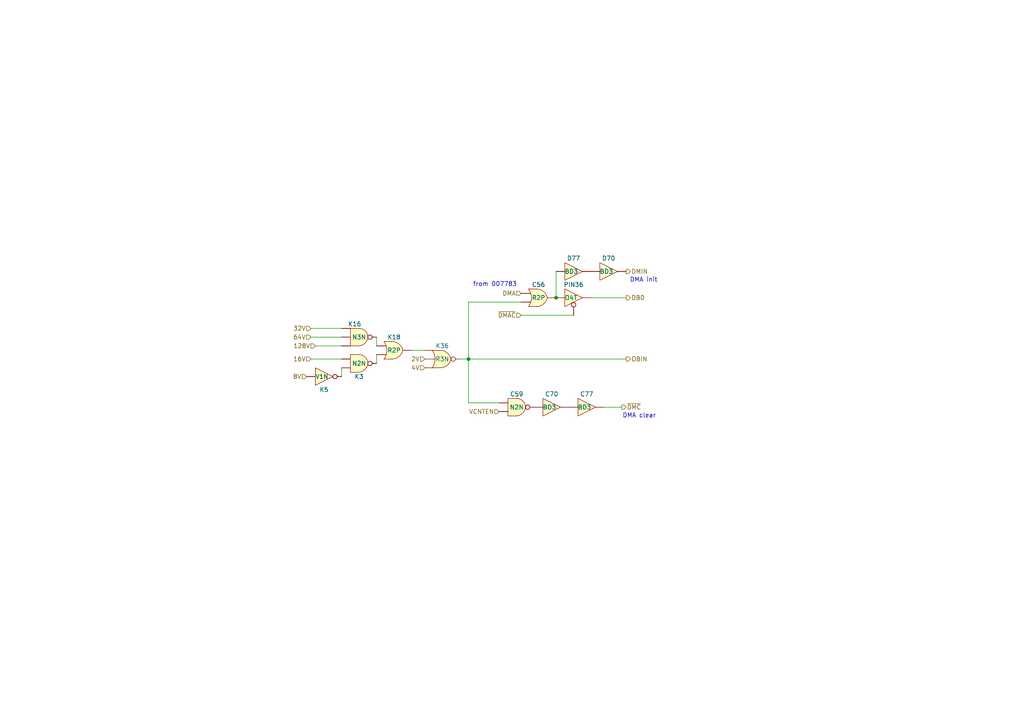
<source format=kicad_sch>
(kicad_sch (version 20231120) (generator "eeschema") (generator_version "8.0")
  (paper "A4")
  (title_block (title "Konami 007782") (date "2023-08-09") (company "Ulf Skutnabba, twitter: @skutis77"))
  (lib_symbols
    (symbol "ga_fujitsu_av:BD3"
      (property "Reference" "U" (at 0 3.81 0))
      (property "Value" "BD3" (at -0.635 0 0))
      (symbol "BD3_1_1"
        (polyline (pts (xy -2.54 2.54) (xy -2.54 -2.54) (xy 2.54 0) (xy -2.54 2.54)) (fill (type background)))
        (pin input line (at -5.08 0 0) (length 2.54) (name "") (number ""))
        (pin output line (at 5.08 0 180) (length 2.54) (name "") (number ""))
      )
    )
    (symbol "ga_fujitsu_av:N2N"
      (property "Reference" "U" (at 0 3.81 0))
      (property "Value" "N2N" (at 0 0 0))
      (symbol "N2N_1_1"
        (arc (start 0 -2.54) (mid 1.7263 -1.7263) (end 2.54 0) (fill (type background)))
        (polyline (pts (xy 0 2.54) (xy -2.54 2.54) (xy -2.54 -2.54) (xy 0 -2.54)) (fill (type background)))
        (arc (start 2.54 0) (mid 1.7961 1.7961) (end 0 2.54) (fill (type background)))
        (pin input line (at -5.08 -1.27 0) (length 2.54) (name "") (number ""))
        (pin input line (at -5.08 1.27 0) (length 2.54) (name "") (number ""))
        (pin output inverted (at 5.08 0 180) (length 2.54) (name "") (number ""))
      )
    )
    (symbol "ga_fujitsu_av:N3N"
      (property "Reference" "U" (at -1.27 3.81 0))
      (property "Value" "N3N" (at 2.54 3.81 0))
      (symbol "N3N_1_1"
        (arc (start 0 -2.54) (mid 1.7263 -1.7263) (end 2.54 0) (fill (type background)))
        (polyline (pts (xy 0 2.54) (xy -2.54 2.54) (xy -2.54 -2.54) (xy 0 -2.54)) (fill (type background)))
        (arc (start 2.54 0) (mid 1.7961 1.7961) (end 0 2.54) (fill (type background)))
        (pin input line (at -5.08 -2.54 0) (length 2.54) (name "") (number ""))
        (pin input line (at -5.08 0 0) (length 2.54) (name "") (number ""))
        (pin input line (at -5.08 2.54 0) (length 2.54) (name "") (number ""))
        (pin output inverted (at 5.08 0 180) (length 2.54) (name "") (number ""))
      )
    )
    (symbol "ga_fujitsu_av:O4T"
      (property "Reference" "U" (at 0 2.54 0))
      (property "Value" "O4T" (at -0.762 0 0))
      (symbol "O4T_1_1"
        (polyline (pts (xy -2.54 2.54) (xy -2.54 -2.54) (xy 2.54 0) (xy -2.54 2.54)) (fill (type background)))
        (pin input line (at -5.08 0 0) (length 2.54) (name "") (number ""))
        (pin input inverted (at 0 -5.08 90) (length 3.683) (name "") (number ""))
        (pin output line (at 5.08 0 180) (length 2.54) (name "") (number ""))
      )
    )
    (symbol "ga_fujitsu_av:R2P"
      (property "Reference" "U" (at 0 3.81 0))
      (property "Value" "R2P" (at 0 0 0))
      (symbol "R2P_1_1"
        (arc (start -2.9127 -2.5398) (mid -2.0762 0.0001) (end -2.9129 2.54))
        (arc (start -0.635 -2.54) (mid 1.3992 -1.8283) (end 2.54 0) (fill (type background)))
        (polyline (pts (xy -0.635 -2.54) (xy -2.921 -2.54)) (fill (type outline)))
        (polyline (pts (xy -0.635 2.54) (xy -2.921 2.54)) (fill (type background)))
        (polyline (pts (xy -0.635 2.54) (xy -2.921 2.54) (xy -2.54 1.905) (xy -2.286 1.27) (xy -2.159 0.762) (xy -2.1082 0.4572) (xy -2.0828 0.1778) (xy -2.0828 -0.127) (xy -2.1336 -0.6604) (xy -2.2098 -1.016) (xy -2.3114 -1.3716) (xy -2.4384 -1.6764) (xy -2.6162 -2.0574) (xy -2.794 -2.3368) (xy -2.921 -2.54) (xy -0.635 -2.54)) (stroke (width -0.0001)) (fill (type background)))
        (arc (start 2.54 0) (mid 1.3994 1.8287) (end -0.635 2.54) (fill (type background)))
        (pin input line (at -5.08 -1.27 0) (length 2.794) (name "") (number ""))
        (pin input line (at -5.08 1.27 0) (length 2.794) (name "") (number ""))
        (pin output line (at 5.08 0 180) (length 2.54) (name "") (number ""))
      )
    )
    (symbol "ga_fujitsu_av:R3N"
      (property "Reference" "U" (at 0 3.81 0))
      (property "Value" "R3N" (at 0 0 0))
      (symbol "R3N_0_1"
        (polyline (pts (xy -2.286 0) (xy -2.159 0)))
      )
      (symbol "R3N_1_1"
        (arc (start -2.9127 -2.5398) (mid -2.0762 0.0001) (end -2.9129 2.54))
        (arc (start -0.635 -2.54) (mid 1.3992 -1.8283) (end 2.54 0) (fill (type background)))
        (polyline (pts (xy -0.635 -2.54) (xy -2.921 -2.54)) (fill (type outline)))
        (polyline (pts (xy -0.635 2.54) (xy -2.921 2.54)) (fill (type background)))
        (polyline (pts (xy -0.635 2.54) (xy -2.921 2.54) (xy -2.54 1.905) (xy -2.286 1.27) (xy -2.159 0.762) (xy -2.1082 0.4572) (xy -2.0828 0.1778) (xy -2.0828 -0.127) (xy -2.1336 -0.6604) (xy -2.2098 -1.016) (xy -2.3114 -1.3716) (xy -2.4384 -1.6764) (xy -2.6162 -2.0574) (xy -2.794 -2.3368) (xy -2.921 -2.54) (xy -0.635 -2.54)) (stroke (width -0.0001)) (fill (type background)))
        (arc (start 2.54 0) (mid 1.3994 1.8287) (end -0.635 2.54) (fill (type background)))
        (pin input line (at -5.08 -2.54 0) (length 2.794) (name "") (number ""))
        (pin input line (at -5.08 0 0) (length 2.794) (name "") (number ""))
        (pin input line (at -5.08 2.54 0) (length 2.794) (name "") (number ""))
        (pin output inverted (at 5.08 0 180) (length 2.54) (name "") (number ""))
      )
    )
    (symbol "ga_fujitsu_av:V1N"
      (property "Reference" "U" (at 0 2.54 0))
      (property "Value" "V1N" (at 0 -3.81 0))
      (symbol "V1N_1_1"
        (polyline (pts (xy -2.54 2.54) (xy -2.54 -2.54) (xy 2.54 0) (xy -2.54 2.54)) (fill (type background)))
        (pin input line (at -5.08 0 0) (length 2.54) (name "") (number ""))
        (pin output inverted (at 5.08 0 180) (length 2.54) (name "") (number ""))
      )
    )
  )
  (junction (at 135.89 104.14))
  (junction (at 161.29 86.36))
  (wire (pts (xy 90.17 97.79) (xy 99.06 97.79)))
  (wire (pts (xy 91.44 100.33) (xy 99.06 100.33)))
  (wire (pts (xy 109.22 97.79) (xy 109.22 100.33)))
  (wire (pts (xy 109.22 105.41) (xy 109.22 102.87)))
  (wire (pts (xy 175.26 118.11) (xy 180.34 118.11)))
  (wire (pts (xy 90.17 104.14) (xy 99.06 104.14)))
  (wire (pts (xy 99.06 109.22) (xy 99.06 106.68)))
  (wire (pts (xy 135.89 87.63) (xy 151.13 87.63)))
  (wire (pts (xy 151.13 91.44) (xy 166.37 91.44)))
  (wire (pts (xy 135.89 87.63) (xy 135.89 104.14)))
  (wire (pts (xy 135.89 116.84) (xy 135.89 104.14)))
  (wire (pts (xy 171.45 86.36) (xy 181.61 86.36)))
  (wire (pts (xy 135.89 104.14) (xy 133.35 104.14)))
  (wire (pts (xy 90.17 95.25) (xy 99.06 95.25)))
  (wire (pts (xy 161.29 86.36) (xy 161.29 78.74)))
  (wire (pts (xy 135.89 116.84) (xy 144.78 116.84)))
  (wire (pts (xy 119.38 101.6) (xy 123.19 101.6)))
  (wire (pts (xy 135.89 104.14) (xy 181.61 104.14)))
  (text "from 007783" (at 137.16 82.55 0) (effects (font (size 1.27 1.27)) (justify left)))
  (text "DMA init" (at 186.69 81.28 0) (effects (font (size 1.27 1.27))))
  (text "DMA clear" (at 185.42 120.65 0) (effects (font (size 1.27 1.27))))
  (hierarchical_label "OBIN" (shape output) (at 181.61 104.14 0))
  (hierarchical_label "8V" (shape input) (at 88.9 109.22 180))
  (hierarchical_label "2V" (shape input) (at 123.19 104.14 180))
  (hierarchical_label "~{DMC}" (shape output) (at 180.34 118.11 0))
  (hierarchical_label "DB0" (shape output) (at 181.61 86.36 0))
  (hierarchical_label "128V" (shape input) (at 91.44 100.33 180))
  (hierarchical_label "~{DMAC}" (shape input) (at 151.13 91.44 180))
  (hierarchical_label "4V" (shape input) (at 123.19 106.68 180))
  (hierarchical_label "DMIN" (shape output) (at 181.61 78.74 0))
  (hierarchical_label "16V" (shape input) (at 90.17 104.14 180))
  (hierarchical_label "64V" (shape input) (at 90.17 97.79 180))
  (hierarchical_label "32V" (shape input) (at 90.17 95.25 180))
  (hierarchical_label "VCNTEN" (shape input) (at 144.78 119.38 180))
  (hierarchical_label "DMA" (shape input) (at 151.13 85.09 180))
  (symbol (lib_name "ga_fujitsu_av:BD3") (lib_id "ga_fujitsu_av:BD3") (at 166.37 78.74 0) (unit 1)
    (property "Reference" "D77" (at 166.37 74.93 0))
    (property "Value" "BD3" (at 165.735 78.74 0))
  )
  (symbol (lib_name "ga_fujitsu_av:BD3") (lib_id "ga_fujitsu_av:BD3") (at 170.18 118.11 0) (unit 1)
    (property "Reference" "C77" (at 170.18 114.3 0))
    (property "Value" "BD3" (at 169.545 118.11 0))
  )
  (symbol (lib_id "ga_fujitsu_av:O4T") (at 166.37 86.36 0) (unit 1)
    (property "Reference" "PIN36" (at 166.37 82.55 0))
    (property "Value" "O4T" (at 165.608 86.36 0))
  )
  (symbol (lib_id "ga_fujitsu_av:N2N") (at 104.14 105.41 0) (unit 1)
    (property "Reference" "K3" (at 104.14 109.22 0))
    (property "Value" "N2N" (at 104.14 105.41 0))
  )
  (symbol (lib_id "ga_fujitsu_av:N3N") (at 104.14 97.79 0) (unit 1)
    (property "Reference" "K16" (at 102.87 93.98 0))
    (property "Value" "N3N" (at 104.14 97.79 0))
  )
  (symbol (lib_name "ga_fujitsu_av:N2N") (lib_id "ga_fujitsu_av:N2N") (at 149.86 118.11 0) (unit 1)
    (property "Reference" "C59" (at 149.86 114.3 0))
    (property "Value" "N2N" (at 149.86 118.11 0))
  )
  (symbol (lib_name "ga_fujitsu_av:R2P") (lib_id "ga_fujitsu_av:R2P") (at 156.21 86.36 0) (unit 1)
    (property "Reference" "C56" (at 156.21 82.55 0))
    (property "Value" "R2P" (at 156.21 86.36 0))
  )
  (symbol (lib_name "ga_fujitsu_av:BD3") (lib_id "ga_fujitsu_av:BD3") (at 160.02 118.11 0) (unit 1)
    (property "Reference" "C70" (at 160.02 114.3 0))
    (property "Value" "BD3" (at 159.385 118.11 0))
  )
  (symbol (lib_id "ga_fujitsu_av:R2P") (at 114.3 101.6 0) (unit 1)
    (property "Reference" "K18" (at 114.3 97.79 0))
    (property "Value" "R2P" (at 114.3 101.6 0))
  )
  (symbol (lib_id "ga_fujitsu_av:V1N") (at 93.98 109.22 0) (unit 1)
    (property "Reference" "K5" (at 93.98 113.03 0))
    (property "Value" "V1N" (at 93.3509 109.2371 0))
  )
  (symbol (lib_name "ga_fujitsu_av:BD3") (lib_id "ga_fujitsu_av:BD3") (at 176.53 78.74 0) (unit 1)
    (property "Reference" "D70" (at 176.53 74.93 0))
    (property "Value" "BD3" (at 175.895 78.74 0))
  )
  (symbol (lib_id "ga_fujitsu_av:R3N") (at 128.27 104.14 0) (unit 1)
    (property "Reference" "K36" (at 128.27 100.33 0))
    (property "Value" "R3N" (at 128.27 104.14 0))
  )
)
</source>
